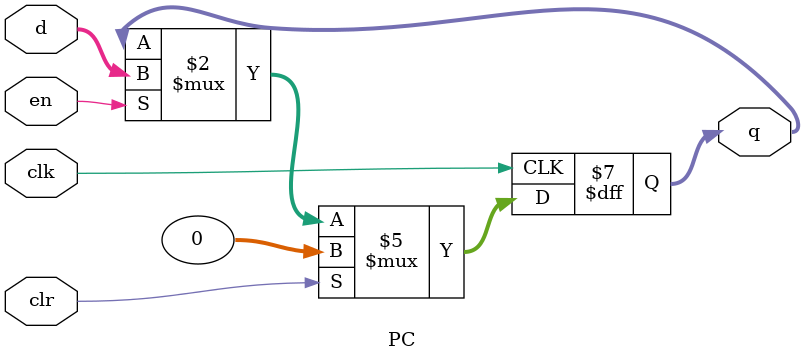
<source format=v>
module PC(q,d,clk,en,clr);
input [31:0]d;
input clk;
input en;
input clr;
output reg [31:0] q;

always @(posedge clk) begin
		if(clr)
			begin
				q <= 32'b0;
			end
		else if(en)
			begin
				q <= d;
			end
	end
	
	endmodule
//genvar i;
</source>
